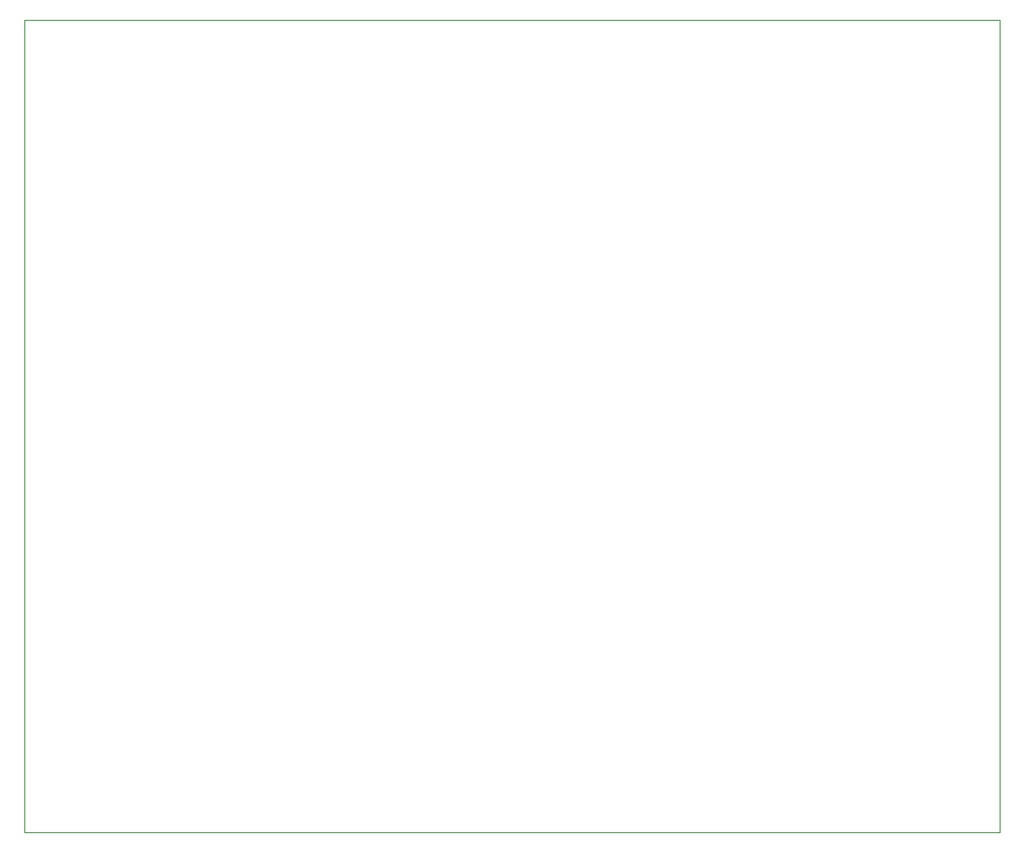
<source format=gm1>
%TF.GenerationSoftware,KiCad,Pcbnew,8.0.4*%
%TF.CreationDate,2024-08-26T14:53:49-04:00*%
%TF.ProjectId,S-Band_1W_R1,532d4261-6e64-45f3-9157-5f52312e6b69,0*%
%TF.SameCoordinates,Original*%
%TF.FileFunction,Profile,NP*%
%FSLAX46Y46*%
G04 Gerber Fmt 4.6, Leading zero omitted, Abs format (unit mm)*
G04 Created by KiCad (PCBNEW 8.0.4) date 2024-08-26 14:53:49*
%MOMM*%
%LPD*%
G01*
G04 APERTURE LIST*
%TA.AperFunction,Profile*%
%ADD10C,0.050800*%
%TD*%
G04 APERTURE END LIST*
D10*
X193040000Y-119202200D02*
X193040000Y-127000000D01*
X101600000Y-91262200D02*
X101600000Y-114477800D01*
X193040000Y-58597800D02*
X193040000Y-50800000D01*
X101600000Y-127000000D02*
X193040000Y-127000000D01*
X101600000Y-58597800D02*
X101600000Y-50800000D01*
X101600000Y-50800000D02*
X193040000Y-50800000D01*
X193040000Y-86537800D02*
X193040000Y-63322200D01*
X101600000Y-119202200D02*
X101600000Y-127000000D01*
X101600000Y-63322200D02*
X101600000Y-86537800D01*
X193040000Y-114477800D02*
X193040000Y-91262200D01*
%TO.C,J1*%
X101600000Y-63322200D02*
X101600000Y-58597800D01*
%TO.C,J3*%
X101600000Y-91262200D02*
X101600000Y-86537800D01*
%TO.C,J2*%
X193040000Y-58597800D02*
X193040000Y-63322200D01*
%TO.C,J4*%
X193040000Y-86537800D02*
X193040000Y-91262200D01*
%TO.C,J5*%
X101600000Y-119202200D02*
X101600000Y-114477800D01*
%TO.C,J6*%
X193040000Y-114477800D02*
X193040000Y-119202200D01*
%TD*%
M02*

</source>
